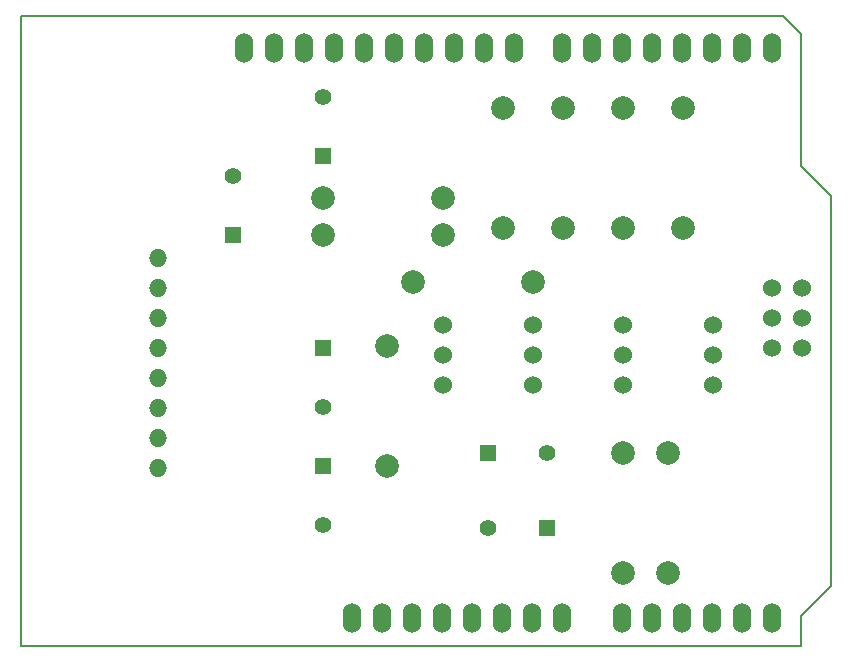
<source format=gbr>
G04 #@! TF.FileFunction,Copper,L1,Top,Signal*
%FSLAX46Y46*%
G04 Gerber Fmt 4.6, Leading zero omitted, Abs format (unit mm)*
G04 Created by KiCad (PCBNEW 4.0.5) date Tue Feb 28 17:38:33 2017*
%MOMM*%
%LPD*%
G01*
G04 APERTURE LIST*
%ADD10C,0.100000*%
%ADD11C,0.150000*%
%ADD12O,1.524000X2.540000*%
%ADD13C,1.524000*%
%ADD14R,1.400000X1.400000*%
%ADD15C,1.400000*%
%ADD16C,1.998980*%
%ADD17O,1.524000X1.524000*%
G04 APERTURE END LIST*
D10*
D11*
X183388000Y-81788000D02*
X185928000Y-84328000D01*
X183388000Y-70612000D02*
X183388000Y-81788000D01*
X181864000Y-69088000D02*
X183388000Y-70612000D01*
X117348000Y-69088000D02*
X181864000Y-69088000D01*
X117348000Y-122428000D02*
X117348000Y-69088000D01*
X183388000Y-122428000D02*
X117348000Y-122428000D01*
X183388000Y-119888000D02*
X183388000Y-122428000D01*
X185928000Y-117348000D02*
X183388000Y-119888000D01*
X185928000Y-84328000D02*
X185928000Y-117348000D01*
D12*
X180886100Y-120015000D03*
X178346100Y-120015000D03*
X175806100Y-120015000D03*
X168186100Y-120015000D03*
X170726100Y-120015000D03*
X173266100Y-120015000D03*
X163106100Y-120015000D03*
X160566100Y-120015000D03*
X158026100Y-120015000D03*
X152946100Y-120015000D03*
X150406100Y-120015000D03*
X180886100Y-71755000D03*
X178346100Y-71755000D03*
X175806100Y-71755000D03*
X173266100Y-71755000D03*
X170726100Y-71755000D03*
X168186100Y-71755000D03*
X165646100Y-71755000D03*
X163106100Y-71755000D03*
X159042100Y-71755000D03*
X156502100Y-71755000D03*
X153962100Y-71755000D03*
X151422100Y-71755000D03*
X148882100Y-71755000D03*
X146342100Y-71755000D03*
X143802100Y-71755000D03*
X141262100Y-71755000D03*
X155486100Y-120015000D03*
X138722100Y-71755000D03*
X136182100Y-71755000D03*
X147866100Y-120015000D03*
X145326100Y-120015000D03*
D13*
X180886100Y-92075000D03*
X183426100Y-92075000D03*
X180886100Y-94615000D03*
X183426100Y-94615000D03*
X180886100Y-97155000D03*
X183426100Y-97155000D03*
D14*
X161845000Y-112395000D03*
D15*
X156845000Y-112395000D03*
D14*
X156845000Y-106045000D03*
D15*
X161845000Y-106045000D03*
D14*
X142875000Y-107188000D03*
D15*
X142875000Y-112188000D03*
D14*
X142875000Y-97155000D03*
D15*
X142875000Y-102155000D03*
D14*
X135255000Y-87630000D03*
D15*
X135255000Y-82630000D03*
D14*
X142875000Y-80899000D03*
D15*
X142875000Y-75899000D03*
D13*
X153035000Y-97790000D03*
X153035000Y-100330000D03*
X153035000Y-95250000D03*
X160655000Y-97790000D03*
X160655000Y-100330000D03*
X160655000Y-95250000D03*
X168275000Y-97790000D03*
X168275000Y-100330000D03*
X168275000Y-95250000D03*
X175895000Y-97790000D03*
X175895000Y-100330000D03*
X175895000Y-95250000D03*
D16*
X172085000Y-106045000D03*
X172085000Y-116205000D03*
X168275000Y-106045000D03*
X168275000Y-116205000D03*
X158115000Y-86995000D03*
X158115000Y-76835000D03*
X163195000Y-86995000D03*
X163195000Y-76835000D03*
X168275000Y-86995000D03*
X168275000Y-76835000D03*
X173355000Y-86995000D03*
X173355000Y-76835000D03*
X148336000Y-107188000D03*
X148336000Y-97028000D03*
X150495000Y-91567000D03*
X160655000Y-91567000D03*
X142875000Y-87630000D03*
X153035000Y-87630000D03*
X142875000Y-84455000D03*
X153035000Y-84455000D03*
D17*
X128905000Y-89535000D03*
X128905000Y-92075000D03*
X128905000Y-94615000D03*
X128905000Y-97155000D03*
X128905000Y-99695000D03*
X128905000Y-102235000D03*
X128905000Y-104775000D03*
X128905000Y-107315000D03*
M02*

</source>
